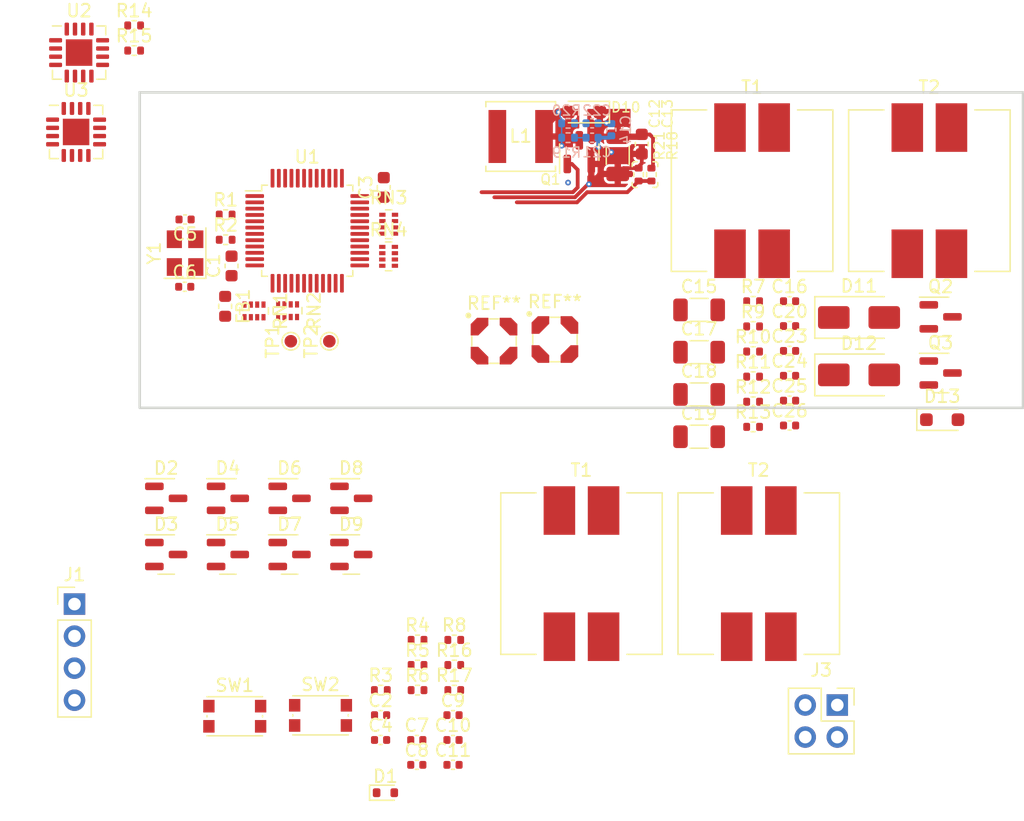
<source format=kicad_pcb>
(kicad_pcb (version 20221018) (generator pcbnew)
  (layers (0 "F.Cu" signal) (31 "B.Cu" signal) (34 "B.Paste" user) (35 "F.Paste" user) (36 "B.SilkS" user "B.Silkscreen") (37 "F.SilkS" user "F.Silkscreen") (38 "B.Mask" user) (39 "F.Mask" user) (44 "Edge.Cuts" user))
  (net 0 "")
  (net 1 "GND")
  (net 2 "VDDA")
  (net 3 "VDD")
  (net 4 "Net-(C5-Pad2)")
  (net 5 "/Controller/CKI")
  (net 6 "/Controller/NRST_IN")
  (net 7 "/Controller/ADC1_IN11")
  (net 8 "Net-(D1-K)")
  (net 9 "/Controller/ADC1_IN1")
  (net 10 "/Controller/ADC1_IN2")
  (net 11 "/Controller/ADC1_IN3")
  (net 12 "/Controller/ADC1_IN4")
  (net 13 "/Controller/ADC2_IN1")
  (net 14 "/Controller/ADC2_IN2")
  (net 15 "/Controller/ADC2_IN3")
  (net 16 "/Controller/ADC2_IN4")
  (net 17 "Net-(U1-PF1)")
  (net 18 "Net-(U1-PF0)")
  (net 19 "/Controller/BOOT0_IN")
  (net 20 "Net-(R5-Pad1)")
  (net 21 "Net-(J1-Pin_4)")
  (net 22 "/Controller/SWDIO")
  (net 23 "Net-(J1-Pin_2)")
  (net 24 "/Controller/SWCLK")
  (net 25 "/Controller/VDCDC")
  (net 26 "/Controller/HRTIM1_CHB2")
  (net 27 "/Controller/HRTIM1_CHB1")
  (net 28 "/Controller/HRTIM1_CHA2")
  (net 29 "/Controller/HRTIM1_CHA1")
  (net 30 "/Controller/HRTIM1_CHD2")
  (net 31 "/Controller/HRTIM1_CHD1")
  (net 32 "/Controller/HRTIM1_CHC2")
  (net 33 "/Controller/HRTIM1_CHC1")
  (net 34 "/Controller/HRTIM1_SCOUT")
  (net 35 "/Controller/HRTIM_SCIN")
  (net 43 "/Gate Driver Supply/GDSUPPLY")
  (net 44 "Net-(C21-Pad1)")
  (net 46 "Net-(C22-Pad1)")
  (net 47 "Net-(D11-A)")
  (net 48 "Net-(C16-Pad1)")
  (net 49 "Net-(RN1-R1.1)")
  (net 50 "Net-(RN1-R2.1)")
  (net 51 "Net-(RN1-R3.1)")
  (net 52 "Net-(RN1-R4.1)")
  (net 53 "Net-(RN2-R1.1)")
  (net 54 "Net-(RN2-R2.1)")
  (net 55 "Net-(RN2-R3.1)")
  (net 56 "Net-(RN2-R4.1)")
  (net 57 "Net-(RN3-R1.1)")
  (net 58 "Net-(RN3-R2.1)")
  (net 59 "Net-(RN3-R3.1)")
  (net 60 "Net-(RN3-R4.1)")
  (net 61 "Net-(RN4-R1.1)")
  (net 62 "Net-(RN4-R2.1)")
  (net 63 "Net-(RN4-R3.1)")
  (net 64 "Net-(RN4-R4.1)")
  (net 65 "/Untitled Sheet/OUT1")
  (net 66 "Net-(D13-K)")
  (net 67 "/Untitled Sheet/VDCDC")
  (net 68 "Net-(U1-PB7)")
  (net 69 "Net-(U1-PB6)")
  (net 72 "/Controller/USART3_RX")
  (net 73 "/Controller/USART3_TX")
  (net 74 "/Controller/ISENSE6-")
  (net 75 "/Controller/ISENSE6+")
  (net 79 "/Controller/ISENSE4-")
  (net 80 "/Controller/ISENSE4+")
  (net 82 "/Controller/ISENSE5-")
  (net 83 "/Controller/ISENSE5+")
  (net 84 "/Controller/ISENSE3-")
  (net 85 "/Controller/ISENSE3+")
  (net 89 "/Controller/ISENSE1-")
  (net 90 "/Controller/ISENSE1+")
  (net 92 "/Controller/ISENSE2-")
  (net 93 "/Controller/ISENSE2+")
  (net 94 "Net-(R10-Pad2)")
  (net 95 "Net-(R12-Pad2)")
  (net 96 "/Gate Driver Supply/GDS_SW")
  (net 97 "Net-(Q3-D)")
  (net 98 "Net-(Q2-D)")
  (net 99 "Net-(D12-K)")
  (net 100 "Net-(C26-Pad1)")
  (footprint "Resistor_SMD:R_0402_1005Metric" (layer "F.Cu") (at 98.611 68.548)
    (fp_text reference "R9")
    (fp_text value "DNP")
  )
  (footprint "Capacitor_SMD:C_0402_1005Metric" (layer "F.Cu") (at 69.088 101.3225)
    (fp_text reference "C4")
    (fp_text value "100nF")
  )
  (footprint "Resistor_SMD:R_0402_1005Metric" (layer "F.Cu") (at 56.81 61.679)
    (fp_text reference "R2")
    (fp_text value "220")
  )
  (footprint "Inductor_SMD:L_Wuerth_WE-DD-Typ-L-Typ-XL-Typ-XXL" (layer "F.Cu") (at 112.581 57.788)
    (fp_text reference "T2")
    (fp_text value "10uH")
  )
  (footprint "Diode_SMD:D_SMA" (layer "F.Cu") (at 107.006 72.388)
    (fp_text reference "D12")
    (fp_text value "SDT5A50SA-13")
  )
  (footprint "Resistor_SMD:R_0402_1005Metric" (layer "F.Cu") (at 90.551 56.513 -90)
    (fp_text reference "R18")
    (fp_text value "12.5k")
  )
  (footprint "Resistor_SMD:R_0402_1005Metric" (layer "F.Cu") (at 72.018 97.3725)
    (fp_text reference "R6")
    (fp_text value "22")
  )
  (footprint "Package_TO_SOT_SMD:SOT-23" (layer "F.Cu") (at 56.988 86.6225)
    (fp_text reference "D5")
    (fp_text value "BAS40-04")
  )
  (footprint "Resistor_SMD:R_0402_1005Metric" (layer "F.Cu") (at 98.611 76.508)
    (fp_text reference "R13")
    (fp_text value "10k")
  )
  (footprint "Package_DFN_QFN:Texas_RGV_S-PVQFN-N16_EP2.1x2.1mm" (layer "F.Cu") (at 45.195 46.846)
    (fp_text reference "U2")
    (fp_text value "INA3221 / DNP")
  )
  (footprint "Resistor_SMD:R_0402_1005Metric" (layer "F.Cu") (at 74.928 95.3825)
    (fp_text reference "R16")
    (fp_text value "10k")
  )
  (footprint "Connector_PinHeader_2.54mm:PinHeader_1x04_P2.54mm_Vertical" (layer "F.Cu") (at 44.831 90.551)
    (fp_text reference "J1")
    (fp_text value "SWD")
  )
  (footprint "Capacitor_SMD:C_0402_1005Metric" (layer "F.Cu") (at 101.501 72.458)
    (fp_text reference "C24")
    (fp_text value "100nF")
  )
  (footprint "Resistor_SMD:R_0402_1005Metric" (layer "F.Cu") (at 72.018 95.3825)
    (fp_text reference "R5")
    (fp_text value "510")
  )
  (footprint "Capacitor_SMD:C_0603_1608Metric" (layer "F.Cu") (at 57.277 63.754 90)
    (fp_text reference "C1")
    (fp_text value "10uF")
  )
  (footprint "Inductor_SMD:L_Sunlord_SWPA5040S" (layer "F.Cu") (at 80.192 53.495)
    (fp_text reference "L1")
    (fp_text value "16uH")
  )
  (footprint "Resistor_SMD:R_0402_1005Metric" (layer "F.Cu") (at 72.018 93.3925)
    (fp_text reference "R4")
    (fp_text value "DNP")
  )
  (footprint "Resistor_SMD:R_Array_Concave_4x0402" (layer "F.Cu") (at 61.718 67.302 -90)
    (fp_text reference "RN2")
    (fp_text value "22")
  )
  (footprint "footprints:L_Coilcraft_LPD3015" (layer "F.Cu") (at 82.905 69.585)
    (fp_text reference "REF**")
    (fp_text value "L_Coilcraft_LPD3015")
  )
  (footprint "Capacitor_SMD:C_0402_1005Metric" (layer "F.Cu") (at 74.828 99.3525)
    (fp_text reference "C9")
    (fp_text value "100nF")
  )
  (footprint "Capacitor_SMD:C_0402_1005Metric" (layer "F.Cu") (at 74.828 103.2925)
    (fp_text reference "C11")
    (fp_text value "DNP")
  )
  (footprint "Capacitor_SMD:C_0603_1608Metric" (layer "F.Cu") (at 89.789 54.1 -90)
    (fp_text reference "C13")
    (fp_text value "4.7uF")
  )
  (footprint "Resistor_SMD:R_0402_1005Metric" (layer "F.Cu") (at 98.611 74.518)
    (fp_text reference "R12")
    (fp_text value "10k")
  )
  (footprint "Resistor_SMD:R_0402_1005Metric" (layer "F.Cu") (at 56.81 59.689)
    (fp_text reference "R1")
    (fp_text value "220 (DNP)")
  )
  (footprint "Inductor_SMD:L_0603_1608Metric" (layer "F.Cu") (at 56.769 66.9545 -90)
    (fp_text reference "FB1")
    (fp_text value "100R")
  )
  (footprint "Resistor_SMD:R_0402_1005Metric" (layer "F.Cu") (at 98.611 70.538)
    (fp_text reference "R10")
    (fp_text value "10k")
  )
  (footprint "TestPoint:TestPoint_Pad_D1.0mm" (layer "F.Cu") (at 61.976 69.723 90)
    (fp_text reference "TP1")
    (fp_text value "SYNC_OUT")
  )
  (footprint "Capacitor_SMD:C_0402_1005Metric" (layer "F.Cu") (at 71.958 101.3225)
    (fp_text reference "C7")
    (fp_text value "100nF")
  )
  (footprint "Capacitor_SMD:C_0402_1005Metric" (layer "F.Cu") (at 101.501 68.518)
    (fp_text reference "C20")
    (fp_text value "1uF")
  )
  (footprint "Diode_SMD:D_SOD-523" (layer "F.Cu") (at 69.473 105.5025)
    (fp_text reference "D1")
    (fp_text value "1N4148WT")
  )
  (footprint "Capacitor_SMD:C_0402_1005Metric" (layer "F.Cu") (at 53.566 65.405)
    (fp_text reference "C6")
    (fp_text value "18pF (DNP)")
  )
  (footprint "footprints:L_Coilcraft_LPD3015" (layer "F.Cu") (at 78.079 69.712)
    (fp_text reference "REF**")
    (fp_text value "L_Coilcraft_LPD3015")
  )
  (footprint "Capacitor_SMD:C_0402_1005Metric" (layer "F.Cu") (at 101.501 70.488)
    (fp_text reference "C23")
    (fp_text value "1uF")
  )
  (footprint "Resistor_SMD:R_0402_1005Metric" (layer "F.Cu") (at 98.611 72.528)
    (fp_text reference "R11")
    (fp_text value "10k")
  )
  (footprint "Package_TO_SOT_SMD:SOT-23" (layer "F.Cu") (at 113.471 67.788)
    (fp_text reference "Q2")
    (fp_text value "AO3400A")
  )
  (footprint "Capacitor_SMD:C_0402_1005Metric" (layer "F.Cu") (at 69.088 99.3525)
    (fp_text reference "C2")
    (fp_text value "100nF")
  )
  (footprint "Diode_SMD:D_SOD-323_HandSoldering" (layer "F.Cu") (at 113.596 75.938)
    (fp_text reference "D13")
    (fp_text value "BZV55C20")
  )
  (footprint "Capacitor_SMD:C_0402_1005Metric" (layer "F.Cu") (at 53.594 60.071 180)
    (fp_text reference "C5")
    (fp_text value "18pF (DNP)")
  )
  (footprint "Capacitor_SMD:C_1206_3216Metric" (layer "F.Cu") (at 94.331 67.238)
    (fp_text reference "C15")
    (fp_text value "10uF")
  )
  (footprint "Capacitor_SMD:C_0402_1005Metric" (layer "F.Cu") (at 101.501 76.398)
    (fp_text reference "C26")
    (fp_text value "DNP")
  )
  (footprint "TestPoint:TestPoint_Pad_D1.0mm" (layer "F.Cu") (at 65.026 69.723 90)
    (fp_text reference "TP2")
    (fp_text value "SYNC_IN")
  )
  (footprint "Resistor_SMD:R_0402_1005Metric" (layer "F.Cu") (at 89.535 56.513 90)
    (fp_text reference "R21")
    (fp_text value "2k")
  )
  (footprint "Package_TO_SOT_SMD:SOT-23" (layer "F.Cu") (at 61.878 82.1725)
    (fp_text reference "D6")
    (fp_text value "BAS40-04")
  )
  (footprint "Package_TO_SOT_SMD:SOT-23" (layer "F.Cu") (at 84.836 54.735 90)
    (fp_text reference "Q1")
    (fp_text value "AO3400A")
  )
  (footprint "Capacitor_SMD:C_0402_1005Metric" (layer "F.Cu") (at 71.958 103.2925)
    (fp_text reference "C8")
    (fp_text value "100nF")
  )
  (footprint "Resistor_SMD:R_0402_1005Metric" (layer "F.Cu") (at 69.108 97.3725)
    (fp_text reference "R3")
    (fp_text value "510")
  )
  (footprint "Resistor_SMD:R_0402_1005Metric" (layer "F.Cu") (at 49.5565 44.696)
    (fp_text reference "R14")
    (fp_text value "10k")
  )
  (footprint "Package_DFN_QFN:Texas_RGV_S-PVQFN-N16_EP2.1x2.1mm" (layer "F.Cu") (at 44.9565 53.136)
    (fp_text reference "U3")
    (fp_text value "INA3221 / DNP")
  )
  (footprint "Package_TO_SOT_SMD:SOT-23" (layer "F.Cu") (at 52.098 82.1725)
    (fp_text reference "D2")
    (fp_text value "BAS40-04")
  )
  (footprint "Package_QFP:LQFP-48_7x7mm_P0.5mm" (layer "F.Cu") (at 63.2745 60.964)
    (fp_text reference "U1")
    (fp_text value "STM32F334C8Tx")
  )
  (footprint "Resistor_SMD:R_Array_Concave_4x0402" (layer "F.Cu") (at 69.731 60.448)
    (fp_text reference "RN3")
    (fp_text value "22")
  )
  (footprint "Inductor_SMD:L_Wuerth_WE-DD-Typ-L-Typ-XL-Typ-XXL" (layer "F.Cu") (at 98.531 57.788)
    (fp_text reference "T1")
    (fp_text value "10uH")
  )
  (footprint "Inductor_SMD:L_Wuerth_WE-DD-Typ-L-Typ-XL-Typ-XXL" (layer "F.Cu") (at 99.06 88.138)
    (fp_text reference "T2")
    (fp_text value "10uH")
  )
  (footprint "Resistor_SMD:R_0402_1005Metric" (layer "F.Cu") (at 74.928 93.3925)
    (fp_text reference "R8")
    (fp_text value "22")
  )
  (footprint "Diode_SMD:D_SMA" (layer "F.Cu") (at 107.006 67.838)
    (fp_text reference "D11")
    (fp_text value "SDT5A50SA-13")
  )
  (footprint "Package_TO_SOT_SMD:SOT-23" (layer "F.Cu") (at 56.988 82.1725)
    (fp_text reference "D4")
    (fp_text value "BAS40-04")
  )
  (footprint "Package_TO_SOT_SMD:SOT-23" (layer "F.Cu") (at 61.878 86.6225)
    (fp_text reference "D7")
    (fp_text value "BAS40-04")
  )
  (footprint "Capacitor_SMD:C_1206_3216Metric" (layer "F.Cu") (at 87.884 54.989 -90)
    (fp_text reference "C12")
    (fp_text value "47uF")
  )
  (footprint "Capacitor_SMD:C_0402_1005Metric" (layer "F.Cu") (at 101.501 66.548)
    (fp_text reference "C16")
    (fp_text value "1nF")
  )
  (footprint "Package_TO_SOT_SMD:SOT-23" (layer "F.Cu") (at 66.768 86.6225)
    (fp_text reference "D9")
    (fp_text value "BAS40-04")
  )
  (footprint "Button_Switch_SMD:SW_Push_1P1T_NO_CK_KMR2" (layer "F.Cu") (at 57.531 99.441)
    (fp_text reference "SW1")
    (fp_text value "RST")
  )
  (footprint "Button_Switch_SMD:SW_Push_1P1T_NO_CK_KMR2" (layer "F.Cu") (at 64.328 99.3725)
    (fp_text reference "SW2")
    (fp_text value "BOOT0")
  )
  (footprint "Package_TO_SOT_SMD:SOT-23" (layer "F.Cu") (at 66.768 82.1725)
    (fp_text reference "D8")
    (fp_text value "BAS40-04")
  )
  (footprint "Resistor_SMD:R_0402_1005Metric" (layer "F.Cu") (at 98.611 66.558)
    (fp_text reference "R7")
    (fp_text value "10k")
  )
  (footprint "Capacitor_SMD:C_1206_3216Metric" (layer "F.Cu") (at 94.331 73.938)
    (fp_text reference "C18")
    (fp_text value "10uF")
  )
  (footprint "Resistor_SMD:R_Array_Concave_4x0402" (layer "F.Cu") (at 59.059 67.318 -90)
    (fp_text reference "RN1")
    (fp_text value "22")
  )
  (footprint "Resistor_SMD:R_0402_1005Metric" (layer "F.Cu") (at 74.928 97.3725)
    (fp_text reference "R17")
    (fp_text value "10k")
  )
  (footprint "Capacitor_SMD:C_0402_1005Metric" (layer "F.Cu") (at 101.501 74.428)
    (fp_text reference "C25")
    (fp_text value "100nF")
  )
  (footprint "Capacitor_SMD:C_1206_3216Metric" (layer "F.Cu") (at 94.331 70.588)
    (fp_text reference "C17")
    (fp_text value "10uF")
  )
  (footprint "Resistor_SMD:R_Array_Concave_4x0402" (layer "F.Cu") (at 69.723 62.992)
    (fp_text reference "RN4")
    (fp_text value "22")
  )
  (footprint "Inductor_SMD:L_Wuerth_WE-DD-Typ-L-Typ-XL-Typ-XXL" (layer "F.Cu") (at 85.01 88.138)
    (fp_text reference "T1")
    (fp_text value "10uH")
  )
  (footprint "Package_TO_SOT_SMD:SOT-23" (layer "F.Cu") (at 113.471 72.238)
    (fp_text reference "Q3")
    (fp_text value "AO3400A")
  )
  (footprint "Resistor_SMD:R_0402_1005Metric" (layer "F.Cu") (at 49.5565 46.686)
    (fp_text reference "R15")
    (fp_text value "10k")
  )
  (footprint "Diode_SMD:D_SOD-323_HandSoldering" (layer "F.Cu") (at 85.217 51.56 180)
    (fp_text reference "D10")
    (fp_text value "BAT54")
  )
  (footprint "Connector_PinSocket_2.54mm:PinSocket_2x02_P2.54mm_Vertical" (layer "F.Cu") (at 105.283 98.552)
    (fp_text reference "J3")
    (fp_text value "Conn_02x02_Odd_Even")
  )
  (footprint "Crystal:Crystal_SMD_3225-4Pin_3.2x2.5mm" (layer "F.Cu") (at 53.594 62.738 90)
    (fp_text reference "Y1")
    (fp_text value "24MHz (DNP)")
  )
  (footprint "Capacitor_SMD:C_0402_1005Metric" (layer "F.Cu") (at 74.828 101.3225)
    (fp_text reference "C10")
    (fp_text value "100nF")
  )
  (footprint "Package_TO_SOT_SMD:SOT-23" (layer "F.Cu") (at 52.098 86.6225)
    (fp_text reference "D3")
    (fp_text value "BAS40-04")
  )
  (footprint "Capacitor_SMD:C_0603_1608Metric" (layer "F.Cu") (at 69.342 57.531 90)
    (fp_text reference "C3")
    (fp_text value "10uF")
  )
  (footprint "Capacitor_SMD:C_1206_3216Metric" (layer "F.Cu") (at 94.331 77.288)
    (fp_text reference "C19")
    (fp_text value "10uF")
  )
  (footprint "Resistor_SMD:R_0402_1005Metric" (layer "B.Cu") (at 83.947 52.449)
    (fp_text reference "R20")
    (fp_text value "DNP")
  )
  (footprint "Capacitor_SMD:C_0402_1005Metric" (layer "B.Cu") (at 85.852 52.449)
    (fp_text reference "C22")
    (fp_text value "DNP")
  )
  (footprint "Capacitor_SMD:C_0402_1005Metric" (layer "B.Cu") (at 87.376 52.957 -90)
    (fp_text reference "C14")
    (fp_text value "100nF")
  )
  (footprint "Resistor_SMD:R_0402_1005Metric" (layer "B.Cu") (at 83.947 53.592)
    (fp_text reference "R19")
    (fp_text value "10k")
  )
  (footprint "Capacitor_SMD:C_0402_1005Metric" (layer "B.Cu") (at 85.852 53.592)
    (fp_text reference "C21")
    (fp_text value "1nF")
  )
  (gr_line (start 90.932 57.529) (end 90.678 57.529) (stroke (width 0.12)) (layer "F.SilkS"))
  (gr_line (start 91.059 55.624) (end 91.059 55.878) (stroke (width 0.12)) (layer "F.SilkS"))
  (gr_line (start 89.154 55.497) (end 89.408 55.497) (stroke (width 0.12)) (layer "F.SilkS"))
  (gr_line (start 90.678 55.497) (end 90.932 55.497) (stroke (width 0.12)) (layer "F.SilkS"))
  (gr_line (start 89.408 57.529) (end 89.154 57.529) (stroke (width 0.12)) (layer "F.SilkS"))
  (gr_line (start 91.059 57.148) (end 91.059 57.402) (stroke (width 0.12)) (layer "F.SilkS"))
  (gr_line (start 89.154 57.529) (end 89.027 57.402) (stroke (width 0.12)) (layer "F.SilkS"))
  (gr_line (start 91.059 57.402) (end 90.932 57.529) (stroke (width 0.12)) (layer "F.SilkS"))
  (gr_line (start 89.027 55.624) (end 89.154 55.497) (stroke (width 0.12)) (layer "F.SilkS"))
  (gr_line (start 90.932 55.497) (end 91.059 55.624) (stroke (width 0.12)) (layer "F.SilkS"))
  (gr_line (start 89.027 57.402) (end 89.027 57.148) (stroke (width 0.12)) (layer "F.SilkS"))
  (gr_line (start 89.027 55.878) (end 89.027 55.624) (stroke (width 0.12)) (layer "F.SilkS"))
  (gr_rect locked (start 50 50) (end 120 75) (stroke (width 0.2)) (fill none) (layer "Edge.Cuts"))
  (segment (start 88.345 56.003) (end 87.884 56.464) (width 0.3) (layer "F.Cu") (net 1))
  (segment (start 89.535 55.878) (end 89.789 55.624) (width 0.3) (layer "F.Cu") (net 1))
  (segment (start 85.598 57.275) (end 85.528686 57.275) (width 0.3) (layer "F.Cu") (net 1))
  (segment (start 87.884 55.243) (end 87.376 54.735) (width 0.5) (layer "F.Cu") (net 1))
  (segment (start 84.493686 58.31) (end 78.105 58.31) (width 0.3) (layer "F.Cu") (net 1))
  (segment (start 87.884 56.464) (end 87.884 55.243) (width 0.5) (layer "F.Cu") (net 1))
  (segment (start 89.789 55.624) (end 89.789 54.875) (width 0.3) (layer "F.Cu") (net 1))
  (segment (start 89.535 56.003) (end 88.345 56.003) (width 0.3) (layer "F.Cu") (net 1))
  (segment (start 89.535 56.003) (end 89.535 55.878) (width 0.3) (layer "F.Cu") (net 1))
  (segment (start 85.528686 57.275) (end 84.493686 58.31) (width 0.3) (layer "F.Cu") (net 1))
  (via (at 83.947 57.148) (size 0.45) (drill 0.2) (layers "F.Cu" "B.Cu") (net 1))
  (via (at 85.598 57.275) (size 0.45) (drill 0.2) (layers "F.Cu" "B.Cu") (net 1))
  (via (at 87.376 54.735) (size 0.45) (drill 0.2) (layers "F.Cu" "B.Cu") (net 1))
  (via (at 86.36 54.354) (size 0.45) (drill 0.2) (layers "F.Cu" "B.Cu") (net 1))
  (segment (start 86.332 53.592) (end 86.332 54.326) (width 0.3) (layer "B.Cu") (net 1))
  (segment (start 86.332 53.592) (end 87.221 53.592) (width 0.3) (layer "B.Cu") (net 1))
  (segment (start 87.221 53.592) (end 87.376 53.437) (width 0.3) (layer "B.Cu") (net 1))
  (segment (start 86.332 54.326) (end 86.36 54.354) (width 0.3) (layer "B.Cu") (net 1))
  (segment (start 84.659371 58.71) (end 79.883 58.71) (width 0.3) (layer "F.Cu") (net 12))
  (segment (start 88.648 57.91) (end 85.459372 57.91) (width 0.3) (layer "F.Cu") (net 12))
  (segment (start 89.535 57.023) (end 90.551 57.023) (width 0.3) (layer "F.Cu") (net 12))
  (segment (start 89.535 57.023) (end 88.648 57.91) (width 0.3) (layer "F.Cu") (net 12))
  (segment (start 85.459372 57.91) (end 84.659371 58.71) (width 0.3) (layer "F.Cu") (net 12))
  (segment (start 83.886 55.6725) (end 84.2495 55.6725) (width 0.3) (layer "F.Cu") (net 26))
  (segment (start 84.328 57.91) (end 77.089 57.91) (width 0.3) (layer "F.Cu") (net 26))
  (segment (start 84.709 57.529) (end 84.328 57.91) (width 0.3) (layer "F.Cu") (net 26))
  (segment (start 84.709 56.132) (end 84.709 57.529) (width 0.3) (layer "F.Cu") (net 26))
  (segment (start 84.2495 55.6725) (end 84.709 56.132) (width 0.3) (layer "F.Cu") (net 26))
  (segment (start 87.884 53.514) (end 89.6 53.514) (width 0.5) (layer "F.Cu") (net 43))
  (segment (start 90.678 55.876) (end 90.551 56.003) (width 0.3) (layer "F.Cu") (net 43))
  (segment (start 89.789 53.325) (end 89.802 53.338) (width 0.3) (layer "F.Cu") (net 43))
  (segment (start 90.424 53.338) (end 90.678 53.592) (width 0.3) (layer "F.Cu") (net 43))
  (segment (start 90.678 53.592) (end 90.678 55.876) (width 0.3) (layer "F.Cu") (net 43))
  (segment (start 89.802 53.338) (end 90.424 53.338) (width 0.3) (layer "F.Cu") (net 43))
  (segment (start 89.6 53.514) (end 89.789 53.325) (width 0.5) (layer "F.Cu") (net 43))
  (via (at 86.995 52.449) (size 0.45) (drill 0.2) (layers "F.Cu" "B.Cu") (net 43))
  (segment (start 86.332 52.449) (end 86.995 52.449) (width 0.11) (layer "B.Cu") (net 43))
  (segment (start 85.372 53.592) (end 84.457 53.592) (width 0.11) (layer "B.Cu") (net 44))
  (segment (start 84.457 52.449) (end 85.372 52.449) (width 0.11) (layer "B.Cu") (net 46))
  (segment (start 81.902 52.843) (end 81.902 53.495) (width 0.6) (layer "F.Cu") (net 96))
  (segment (start 81.902 53.495) (end 82.707 53.495) (width 0.11) (layer "F.Cu") (net 96))
  (segment (start 83.185 51.56) (end 81.902 52.843) (width 0.6) (layer "F.Cu") (net 96))
  (segment (start 83.967 51.56) (end 83.185 51.56) (width 0.6) (layer "F.Cu") (net 96))
  (via (at 83.439 54.227) (size 0.45) (drill 0.2) (layers "F.Cu" "B.Cu") (net 96))
  (via (at 83.185 51.56) (size 0.45) (drill 0.2) (layers "F.Cu" "B.Cu") (net 96))
  (segment (start 83.437 52.066) (end 83.312 51.941) (width 0.11) (layer "B.Cu") (net 96))
  (segment (start 83.437 53.592) (end 83.437 52.449) (width 0.11) (layer "B.Cu") (net 96))
  (segment (start 83.439 53.594) (end 83.437 53.592) (width 0.11) (layer "B.Cu") (net 96))
  (segment (start 83.439 54.227) (end 83.439 53.594) (width 0.11) (layer "B.Cu") (net 96))
  (segment (start 83.312 51.941) (end 83.312 51.687) (width 0.11) (layer "B.Cu") (net 96))
  (segment (start 83.312 51.687) (end 83.185 51.56) (width 0.11) (layer "B.Cu") (net 96))
  (segment (start 83.437 52.449) (end 83.437 52.066) (width 0.11) (layer "B.Cu") (net 96))
  (zone (net 96) (net_name "/Gate Driver Supply/GDS_SW") (layer "F.Cu") (connect_pads (clearance 0.25)) (min_thickness 0.1) (fill yes (thermal_gap 0.2) (thermal_bridge_width 0.5))
    (polygon (pts (xy 84.836 54.354) (xy 82.677 54.354) (xy 81.153 54.354) (xy 81.153 51.306) (xy 84.836 51.306)))
  )
  (zone (net 1) (net_name "GND") (layer "F.Cu") (priority 2) (connect_pads (clearance 0.25)) (min_thickness 0.1) (fill yes (thermal_gap 0.2) (thermal_bridge_width 0.5))
    (polygon (pts (xy 90.805 54.1) (xy 90.805 57.656) (xy 85.471 57.656) (xy 85.471 54.354) (xy 85.725 54.1)))
  )
  (zone (net 43) (net_name "/Gate Driver Supply/GDSUPPLY") (layer "F.Cu") (priority 3) (connect_pads (clearance 0.25)) (min_thickness 0.1) (fill yes (thermal_gap 0.2) (thermal_bridge_width 0.5))
    (polygon (pts (xy 85.471 51.306) (xy 85.471 53.846) (xy 85.725 54.1) (xy 88.9 54.1) (xy 88.9 51.306)))
  )
  (zone (net 0) (net_name "") (layers "F&B.Cu") (name "GDS_Inductor_Keepout") (connect_pads (clearance 0)) (min_thickness 0.1)
    (keepout (tracks allowed) (vias allowed) (pads allowed) (copperpour not_allowed) (footprints allowed))
    (fill (thermal_gap 0.2) (thermal_bridge_width 0.5))
    (polygon (pts (xy 77.47 50.798) (xy 82.169 50.798) (xy 82.169 56.259) (xy 77.47 56.259)))
  )
)
</source>
